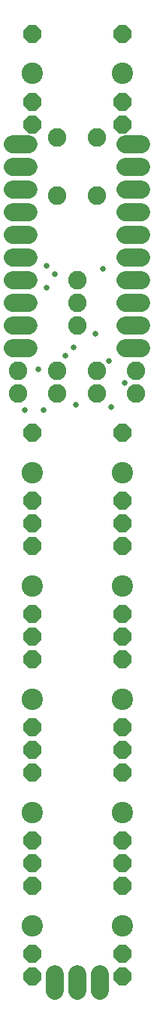
<source format=gbs>
G04 EAGLE Gerber RS-274X export*
G75*
%MOMM*%
%FSLAX34Y34*%
%LPD*%
%INSoldermask Bottom*%
%IPPOS*%
%AMOC8*
5,1,8,0,0,1.08239X$1,22.5*%
G01*
%ADD10P,2.199416X8X202.500000*%
%ADD11C,2.403200*%
%ADD12C,2.082800*%
%ADD13C,2.032000*%
%ADD14C,0.655600*%


D10*
X152400Y654050D03*
X152400Y730250D03*
X152400Y628650D03*
D11*
X152400Y685800D03*
D10*
X152400Y527050D03*
X152400Y603250D03*
X152400Y501650D03*
D11*
X152400Y558800D03*
D10*
X152400Y400050D03*
X152400Y476250D03*
X152400Y374650D03*
D11*
X152400Y431800D03*
D10*
X152400Y273050D03*
X152400Y349250D03*
X152400Y247650D03*
D11*
X152400Y304800D03*
D10*
X152400Y146050D03*
X152400Y222250D03*
X152400Y120650D03*
D11*
X152400Y177800D03*
D10*
X50800Y654050D03*
X50800Y730250D03*
X50800Y628650D03*
D11*
X50800Y685800D03*
D10*
X50800Y527050D03*
X50800Y603250D03*
X50800Y501650D03*
D11*
X50800Y558800D03*
D10*
X50800Y400050D03*
X50800Y476250D03*
X50800Y374650D03*
D11*
X50800Y431800D03*
D10*
X50800Y273050D03*
X50800Y349250D03*
X50800Y247650D03*
D11*
X50800Y304800D03*
D10*
X50800Y146050D03*
X50800Y222250D03*
X50800Y120650D03*
D11*
X50800Y177800D03*
D10*
X152400Y1101725D03*
X152400Y1177925D03*
X152400Y1076325D03*
D11*
X152400Y1133475D03*
D10*
X50800Y1101725D03*
X50800Y1177925D03*
X50800Y1076325D03*
D11*
X50800Y1133475D03*
D12*
X168275Y800100D03*
X168275Y774700D03*
X123825Y800100D03*
X123825Y774700D03*
X79375Y800100D03*
X79375Y774700D03*
X34925Y800100D03*
X34925Y774700D03*
D13*
X155956Y825500D02*
X174244Y825500D01*
X174244Y850900D02*
X155956Y850900D01*
X155956Y876300D02*
X174244Y876300D01*
X174244Y901700D02*
X155956Y901700D01*
X155956Y927100D02*
X174244Y927100D01*
X174244Y952500D02*
X155956Y952500D01*
X155956Y977900D02*
X174244Y977900D01*
X174244Y1003300D02*
X155956Y1003300D01*
X155956Y1028700D02*
X174244Y1028700D01*
X174244Y1054100D02*
X155956Y1054100D01*
X47244Y825500D02*
X28956Y825500D01*
X28956Y850900D02*
X47244Y850900D01*
X47244Y876300D02*
X28956Y876300D01*
X28956Y901700D02*
X47244Y901700D01*
X47244Y927100D02*
X28956Y927100D01*
X28956Y952500D02*
X47244Y952500D01*
X47244Y977900D02*
X28956Y977900D01*
X28956Y1003300D02*
X47244Y1003300D01*
X47244Y1028700D02*
X28956Y1028700D01*
X28956Y1054100D02*
X47244Y1054100D01*
D12*
X101600Y901700D03*
X101600Y876300D03*
X101600Y850900D03*
D13*
X127000Y123444D02*
X127000Y105156D01*
X101600Y105156D02*
X101600Y123444D01*
X76200Y123444D02*
X76200Y105156D01*
D12*
X124206Y996188D03*
X124206Y1061212D03*
X78994Y996188D03*
X78994Y1061212D03*
D14*
X137160Y810768D03*
X140208Y758952D03*
X131064Y914400D03*
X76200Y908304D03*
X97536Y826008D03*
X67056Y917448D03*
X67056Y893064D03*
X88392Y816864D03*
X64008Y755904D03*
X121920Y841248D03*
X155448Y786384D03*
X42672Y755904D03*
X100584Y762000D03*
X57912Y801624D03*
M02*

</source>
